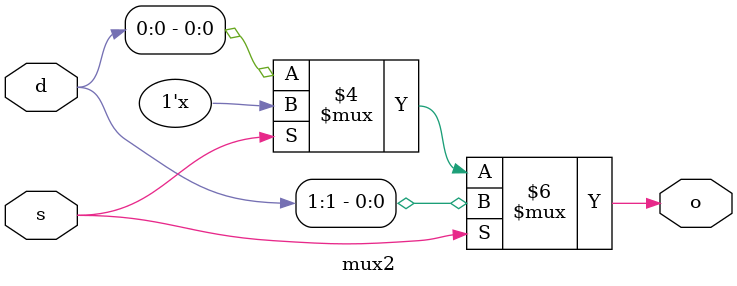
<source format=v>
`timescale 1ns / 1ps
module mux2(o, s, d);
	output o;
	input s;
	input [1:0] d;
	
	reg o;
	wire s;
	wire [1:0] d;
	
	always @(s or d)
	begin
		if(s == 0) o <= d[0];
		if(s == 1) o <= d[1];
	end

endmodule

</source>
